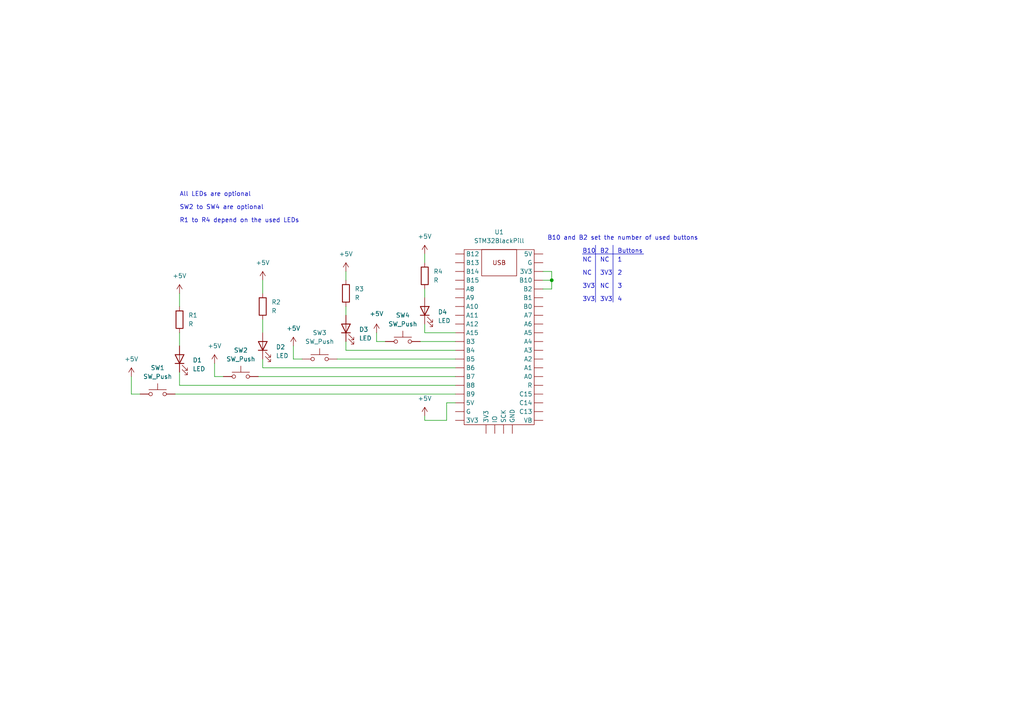
<source format=kicad_sch>
(kicad_sch (version 20211123) (generator eeschema)
  (paper "A4")
  (lib_symbols
    (symbol "BlackPill:STM32BlackPill"
      (property "Reference" "U" (at 1.27 27.94 0))
      (property "Value" "STM32BlackPill" (at 1.27 27.94 0))
      (symbol "STM32BlackPill_0_0"
        (text "USB" (at 0 21.59 0) (effects (font (size 1.27 1.27))))
      )
      (symbol "STM32BlackPill_0_1"
        (rectangle (start -10.16 25.4) (end 10.16 -25.4))
        (rectangle (start -5.08 25.4) (end 5.08 17.78))
      )
      (symbol "STM32BlackPill_1_1"
        (pin power_in line (at -12.7 -24.13 0) (length 2.54) (name "3V3") (number ""))
        (pin power_in line (at -3.81 -27.94 90) (length 2.54) (name "3V3") (number ""))
        (pin power_in line (at 12.7 19.05 180) (length 2.54) (name "3V3") (number ""))
        (pin power_in line (at -12.7 -19.05 0) (length 2.54) (name "5V") (number ""))
        (pin power_in line (at 12.7 24.13 180) (length 2.54) (name "5V") (number ""))
        (pin bidirectional line (at 12.7 -11.43 180) (length 2.54) (name "A0") (number ""))
        (pin bidirectional line (at 12.7 -8.89 180) (length 2.54) (name "A1") (number ""))
        (pin bidirectional line (at -12.7 8.89 0) (length 2.54) (name "A10") (number ""))
        (pin bidirectional line (at -12.7 6.35 0) (length 2.54) (name "A11") (number ""))
        (pin bidirectional line (at -12.7 3.81 0) (length 2.54) (name "A12") (number ""))
        (pin bidirectional line (at -12.7 1.27 0) (length 2.54) (name "A15") (number ""))
        (pin bidirectional line (at 12.7 -6.35 180) (length 2.54) (name "A2") (number ""))
        (pin bidirectional line (at 12.7 -3.81 180) (length 2.54) (name "A3") (number ""))
        (pin bidirectional line (at 12.7 -1.27 180) (length 2.54) (name "A4") (number ""))
        (pin bidirectional line (at 12.7 1.27 180) (length 2.54) (name "A5") (number ""))
        (pin bidirectional line (at 12.7 3.81 180) (length 2.54) (name "A6") (number ""))
        (pin bidirectional line (at 12.7 6.35 180) (length 2.54) (name "A7") (number ""))
        (pin bidirectional line (at -12.7 13.97 0) (length 2.54) (name "A8") (number ""))
        (pin bidirectional line (at -12.7 11.43 0) (length 2.54) (name "A9") (number ""))
        (pin bidirectional line (at 12.7 8.89 180) (length 2.54) (name "B0") (number ""))
        (pin bidirectional line (at 12.7 11.43 180) (length 2.54) (name "B1") (number ""))
        (pin bidirectional line (at 12.7 16.51 180) (length 2.54) (name "B10") (number ""))
        (pin bidirectional line (at -12.7 24.13 0) (length 2.54) (name "B12") (number ""))
        (pin bidirectional line (at -12.7 21.59 0) (length 2.54) (name "B13") (number ""))
        (pin bidirectional line (at -12.7 19.05 0) (length 2.54) (name "B14") (number ""))
        (pin bidirectional line (at -12.7 16.51 0) (length 2.54) (name "B15") (number ""))
        (pin bidirectional line (at 12.7 13.97 180) (length 2.54) (name "B2") (number ""))
        (pin bidirectional line (at -12.7 -1.27 0) (length 2.54) (name "B3") (number ""))
        (pin bidirectional line (at -12.7 -3.81 0) (length 2.54) (name "B4") (number ""))
        (pin bidirectional line (at -12.7 -6.35 0) (length 2.54) (name "B5") (number ""))
        (pin bidirectional line (at -12.7 -8.89 0) (length 2.54) (name "B6") (number ""))
        (pin bidirectional line (at -12.7 -11.43 0) (length 2.54) (name "B7") (number ""))
        (pin bidirectional line (at -12.7 -13.97 0) (length 2.54) (name "B8") (number ""))
        (pin bidirectional line (at -12.7 -16.51 0) (length 2.54) (name "B9") (number ""))
        (pin bidirectional line (at 12.7 -21.59 180) (length 2.54) (name "C13") (number ""))
        (pin bidirectional line (at 12.7 -19.05 180) (length 2.54) (name "C14") (number ""))
        (pin bidirectional line (at 12.7 -16.51 180) (length 2.54) (name "C15") (number ""))
        (pin power_in line (at -12.7 -21.59 0) (length 2.54) (name "G") (number ""))
        (pin power_in line (at 12.7 21.59 180) (length 2.54) (name "G") (number ""))
        (pin power_in line (at 3.81 -27.94 90) (length 2.54) (name "GND") (number ""))
        (pin bidirectional line (at -1.27 -27.94 90) (length 2.54) (name "IO") (number ""))
        (pin input line (at 12.7 -13.97 180) (length 2.54) (name "R") (number ""))
        (pin input line (at 1.27 -27.94 90) (length 2.54) (name "SCK") (number ""))
        (pin power_in line (at 12.7 -24.13 180) (length 2.54) (name "VB") (number ""))
      )
    )
    (symbol "Device:LED" (pin_numbers hide) (pin_names (offset 1.016) hide)
      (property "Reference" "D" (at 0 2.54 0))
      (property "Value" "LED" (at 0 -2.54 0))
      (symbol "LED_0_1"
        (polyline (pts (xy -1.27 -1.27) (xy -1.27 1.27)) (stroke (width 0.254)))
        (polyline (pts (xy -1.27 0) (xy 1.27 0)))
        (polyline (pts (xy 1.27 -1.27) (xy 1.27 1.27) (xy -1.27 0) (xy 1.27 -1.27)) (stroke (width 0.254)))
        (polyline (pts (xy -3.048 -0.762) (xy -4.572 -2.286) (xy -3.81 -2.286) (xy -4.572 -2.286) (xy -4.572 -1.524)))
        (polyline (pts (xy -1.778 -0.762) (xy -3.302 -2.286) (xy -2.54 -2.286) (xy -3.302 -2.286) (xy -3.302 -1.524)))
      )
      (symbol "LED_1_1"
        (pin passive line (at -3.81 0 0) (length 2.54) (name "K") (number "1"))
        (pin passive line (at 3.81 0 180) (length 2.54) (name "A") (number "2"))
      )
    )
    (symbol "Device:R" (pin_numbers hide) (pin_names (offset 0))
      (property "Reference" "R" (at 2.032 0 90))
      (property "Value" "R" (at 0 0 90))
      (symbol "R_0_1"
        (rectangle (start -1.016 -2.54) (end 1.016 2.54) (stroke (width 0.254)))
      )
      (symbol "R_1_1"
        (pin passive line (at 0 3.81 270) (length 1.27) (name "~") (number "1"))
        (pin passive line (at 0 -3.81 90) (length 1.27) (name "~") (number "2"))
      )
    )
    (symbol "Switch:SW_Push" (pin_numbers hide) (pin_names (offset 1.016) hide)
      (property "Reference" "SW" (at 1.27 2.54 0))
      (property "Value" "SW_Push" (at 0 -1.524 0))
      (symbol "SW_Push_0_1"
        (circle (center -2.032 0) (radius 0.508))
        (polyline (pts (xy 0 1.27) (xy 0 3.048)))
        (polyline (pts (xy 2.54 1.27) (xy -2.54 1.27)))
        (circle (center 2.032 0) (radius 0.508))
        (pin passive line (at -5.08 0 0) (length 2.54) (name "1") (number "1"))
        (pin passive line (at 5.08 0 180) (length 2.54) (name "2") (number "2"))
      )
    )
    (symbol "power:+5V" (power) (pin_names (offset 0))
      (property "Value" "+5V" (at 0 3.556 0))
      (symbol "+5V_0_1"
        (polyline (pts (xy -0.762 1.27) (xy 0 2.54)))
        (polyline (pts (xy 0 0) (xy 0 2.54)))
        (polyline (pts (xy 0 2.54) (xy 0.762 1.27)))
      )
      (symbol "+5V_1_1"
        (pin power_in line (at 0 0 90) (length 0) hide (name "+5V") (number "1"))
      )
    )
  )
  (junction (at 160.02 81.28))
  (wire (pts (xy 64.77 109.22) (xy 62.23 109.22)))
  (wire (pts (xy 157.48 81.28) (xy 160.02 81.28)))
  (wire (pts (xy 129.54 116.84) (xy 132.08 116.84)))
  (wire (pts (xy 100.33 101.6) (xy 132.08 101.6)))
  (wire (pts (xy 62.23 109.22) (xy 62.23 105.41)))
  (wire (pts (xy 121.92 99.06) (xy 132.08 99.06)))
  (wire (pts (xy 160.02 81.28) (xy 160.02 83.82)))
  (wire (pts (xy 52.07 85.09) (xy 52.07 88.9)))
  (wire (pts (xy 100.33 88.9) (xy 100.33 91.44)))
  (wire (pts (xy 157.48 78.74) (xy 160.02 78.74)))
  (wire (pts (xy 74.93 109.22) (xy 132.08 109.22)))
  (wire (pts (xy 97.79 104.14) (xy 132.08 104.14)))
  (wire (pts (xy 123.19 83.82) (xy 123.19 86.36)))
  (wire (pts (xy 52.07 96.52) (xy 52.07 100.33)))
  (wire (pts (xy 157.48 83.82) (xy 160.02 83.82)))
  (wire (pts (xy 38.1 109.22) (xy 38.1 114.3)))
  (wire (pts (xy 123.19 93.98) (xy 123.19 96.52)))
  (polyline (pts (xy 177.8 71.12) (xy 177.8 87.63)) (stroke (width 0) (type solid)))
  (wire (pts (xy 111.76 99.06) (xy 109.22 99.06)))
  (wire (pts (xy 132.08 96.52) (xy 123.19 96.52)))
  (wire (pts (xy 38.1 114.3) (xy 40.64 114.3)))
  (wire (pts (xy 100.33 78.74) (xy 100.33 81.28)))
  (wire (pts (xy 50.8 114.3) (xy 132.08 114.3)))
  (wire (pts (xy 160.02 78.74) (xy 160.02 81.28)))
  (wire (pts (xy 87.63 104.14) (xy 85.09 104.14)))
  (wire (pts (xy 123.19 120.65) (xy 123.19 121.92)))
  (polyline (pts (xy 172.72 71.12) (xy 172.72 87.63)) (stroke (width 0) (type solid)))
  (wire (pts (xy 76.2 81.28) (xy 76.2 85.09)))
  (wire (pts (xy 109.22 99.06) (xy 109.22 96.52)))
  (wire (pts (xy 123.19 121.92) (xy 129.54 121.92)))
  (polyline (pts (xy 168.91 73.66) (xy 186.69 73.66)) (stroke (width 0) (type solid)))
  (wire (pts (xy 85.09 104.14) (xy 85.09 100.33)))
  (wire (pts (xy 76.2 106.68) (xy 132.08 106.68)))
  (wire (pts (xy 123.19 73.66) (xy 123.19 76.2)))
  (wire (pts (xy 76.2 92.71) (xy 76.2 96.52)))
  (wire (pts (xy 129.54 121.92) (xy 129.54 116.84)))
  (wire (pts (xy 52.07 111.76) (xy 132.08 111.76)))
  (wire (pts (xy 76.2 104.14) (xy 76.2 106.68)))
  (wire (pts (xy 52.07 107.95) (xy 52.07 111.76)))
  (wire (pts (xy 100.33 99.06) (xy 100.33 101.6)))
  (text "SW2 to SW4 are optional" (at 52.07 60.96 0) (effects (font (size 1.27 1.27)) (justify left bottom)))
  (text "3V3" (at 173.99 87.63 0) (effects (font (size 1.27 1.27)) (justify left bottom)))
  (text "R1 to R4 depend on the used LEDs" (at 52.07 64.77 0) (effects (font (size 1.27 1.27)) (justify left bottom)))
  (text "3" (at 179.07 83.82 0) (effects (font (size 1.27 1.27)) (justify left bottom)))
  (text "Buttons" (at 179.07 73.66 0) (effects (font (size 1.27 1.27)) (justify left bottom)))
  (text "3V3" (at 168.91 87.63 0) (effects (font (size 1.27 1.27)) (justify left bottom)))
  (text "All LEDs are optional" (at 52.07 57.15 0) (effects (font (size 1.27 1.27)) (justify left bottom)))
  (text "NC" (at 168.91 80.01 0) (effects (font (size 1.27 1.27)) (justify left bottom)))
  (text "B10" (at 168.91 73.66 0) (effects (font (size 1.27 1.27)) (justify left bottom)))
  (text "3V3" (at 168.91 83.82 0) (effects (font (size 1.27 1.27)) (justify left bottom)))
  (text "3V3" (at 173.99 80.01 0) (effects (font (size 1.27 1.27)) (justify left bottom)))
  (text "2" (at 179.07 80.01 0) (effects (font (size 1.27 1.27)) (justify left bottom)))
  (text "NC" (at 168.91 76.2 0) (effects (font (size 1.27 1.27)) (justify left bottom)))
  (text "1" (at 179.07 76.2 0) (effects (font (size 1.27 1.27)) (justify left bottom)))
  (text "NC" (at 173.99 76.2 0) (effects (font (size 1.27 1.27)) (justify left bottom)))
  (text "NC" (at 173.99 83.82 0) (effects (font (size 1.27 1.27)) (justify left bottom)))
  (text "4" (at 179.07 87.63 0) (effects (font (size 1.27 1.27)) (justify left bottom)))
  (text "B2" (at 173.99 73.66 0) (effects (font (size 1.27 1.27)) (justify left bottom)))
  (text "B10 and B2 set the number of used buttons" (at 158.75 69.85 0) (effects (font (size 1.27 1.27)) (justify left bottom)))
  (symbol (lib_id "Device:R") (at 76.2 88.9 0) (unit 1)
    (property "Reference" "R2" (at 78.74 87.6299 0) (effects (justify left)))
    (property "Value" "R" (at 78.74 90.1699 0) (effects (justify left)))
  )
  (symbol (lib_id "Device:LED") (at 52.07 104.14 90) (unit 1)
    (property "Reference" "D1" (at 55.88 104.4574 90) (effects (justify right)))
    (property "Value" "LED" (at 55.88 106.9974 90) (effects (justify right)))
  )
  (symbol (lib_id "Device:LED") (at 76.2 100.33 90) (unit 1)
    (property "Reference" "D2" (at 80.01 100.6474 90) (effects (justify right)))
    (property "Value" "LED" (at 80.01 103.1874 90) (effects (justify right)))
  )
  (symbol (lib_id "power:+5V") (at 38.1 109.22 0) (unit 1)
    (property "Reference" "#PWR01" (effects hide))
    (property "Value" "+5V" (at 38.1 104.14 0))
  )
  (symbol (lib_id "BlackPill:STM32BlackPill") (at 144.78 97.79 0) (unit 1)
    (property "Reference" "U1" (at 144.78 67.31 0))
    (property "Value" "STM32BlackPill" (at 144.78 69.85 0))
  )
  (symbol (lib_id "power:+5V") (at 109.22 96.52 0) (unit 1)
    (property "Reference" "#PWR07" (effects hide))
    (property "Value" "+5V" (at 109.22 91.0095 0))
  )
  (symbol (lib_id "Device:R") (at 123.19 80.01 0) (unit 1)
    (property "Reference" "R4" (at 125.73 78.7399 0) (effects (justify left)))
    (property "Value" "R" (at 125.73 81.2799 0) (effects (justify left)))
  )
  (symbol (lib_id "power:+5V") (at 100.33 78.74 0) (unit 1)
    (property "Reference" "#PWR06" (effects hide))
    (property "Value" "+5V" (at 100.33 73.66 0))
  )
  (symbol (lib_id "Device:LED") (at 123.19 90.17 90) (unit 1)
    (property "Reference" "D4" (at 127 90.4874 90) (effects (justify right)))
    (property "Value" "LED" (at 127 93.0274 90) (effects (justify right)))
  )
  (symbol (lib_id "Switch:SW_Push") (at 69.85 109.22 0) (unit 1)
    (property "Reference" "SW2" (at 69.85 101.6 0))
    (property "Value" "SW_Push" (at 69.85 104.14 0))
  )
  (symbol (lib_id "power:+5V") (at 123.19 73.66 0) (unit 1)
    (property "Reference" "#PWR08" (effects hide))
    (property "Value" "+5V" (at 123.19 68.58 0))
  )
  (symbol (lib_id "Switch:SW_Push") (at 116.84 99.06 0) (unit 1)
    (property "Reference" "SW4" (at 116.84 91.44 0))
    (property "Value" "SW_Push" (at 116.84 93.98 0))
  )
  (symbol (lib_id "Switch:SW_Push") (at 92.71 104.14 0) (unit 1)
    (property "Reference" "SW3" (at 92.71 96.52 0))
    (property "Value" "SW_Push" (at 92.71 99.06 0))
  )
  (symbol (lib_id "power:+5V") (at 123.19 120.65 0) (unit 1)
    (property "Reference" "#PWR?" (effects hide))
    (property "Value" "+5V" (at 123.19 115.57 0))
  )
  (symbol (lib_id "power:+5V") (at 52.07 85.09 0) (unit 1)
    (property "Reference" "#PWR02" (effects hide))
    (property "Value" "+5V" (at 52.07 80.01 0))
  )
  (symbol (lib_id "power:+5V") (at 85.09 100.33 0) (unit 1)
    (property "Reference" "#PWR05" (effects hide))
    (property "Value" "+5V" (at 85.09 95.25 0))
  )
  (symbol (lib_id "Device:LED") (at 100.33 95.25 90) (unit 1)
    (property "Reference" "D3" (at 104.14 95.5674 90) (effects (justify right)))
    (property "Value" "LED" (at 104.14 98.1074 90) (effects (justify right)))
  )
  (symbol (lib_id "Device:R") (at 52.07 92.71 0) (unit 1)
    (property "Reference" "R1" (at 54.61 91.4399 0) (effects (justify left)))
    (property "Value" "R" (at 54.61 93.9799 0) (effects (justify left)))
  )
  (symbol (lib_id "power:+5V") (at 76.2 81.28 0) (unit 1)
    (property "Reference" "#PWR04" (effects hide))
    (property "Value" "+5V" (at 76.2 76.2 0))
  )
  (symbol (lib_id "Device:R") (at 100.33 85.09 0) (unit 1)
    (property "Reference" "R3" (at 102.87 83.8199 0) (effects (justify left)))
    (property "Value" "R" (at 102.87 86.3599 0) (effects (justify left)))
  )
  (symbol (lib_id "power:+5V") (at 62.23 105.41 0) (unit 1)
    (property "Reference" "#PWR03" (effects hide))
    (property "Value" "+5V" (at 62.23 100.33 0))
  )
  (symbol (lib_id "Switch:SW_Push") (at 45.72 114.3 0) (unit 1)
    (property "Reference" "SW1" (at 45.72 106.68 0))
    (property "Value" "SW_Push" (at 45.72 109.22 0))
  )
)
</source>
